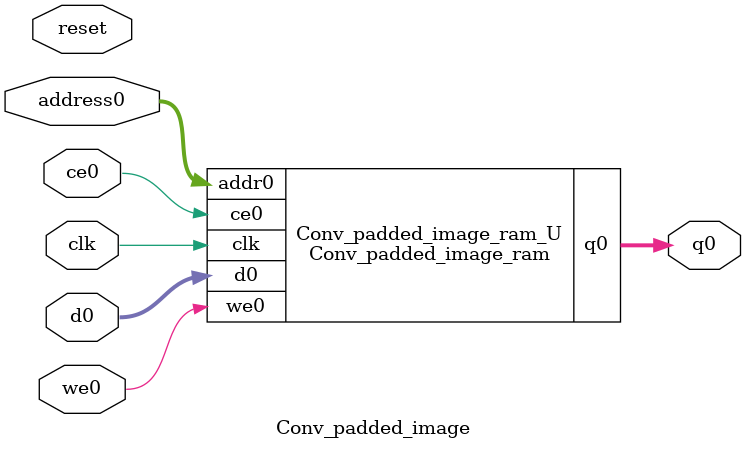
<source format=v>
`timescale 1 ns / 1 ps
module Conv_padded_image_ram (addr0, ce0, d0, we0, q0,  clk);

parameter DWIDTH = 64;
parameter AWIDTH = 5;
parameter MEM_SIZE = 25;

input[AWIDTH-1:0] addr0;
input ce0;
input[DWIDTH-1:0] d0;
input we0;
output reg[DWIDTH-1:0] q0;
input clk;

(* ram_style = "block" *)reg [DWIDTH-1:0] ram[0:MEM_SIZE-1];




always @(posedge clk)  
begin 
    if (ce0) 
    begin
        if (we0) 
        begin 
            ram[addr0] <= d0; 
        end 
        q0 <= ram[addr0];
    end
end


endmodule

`timescale 1 ns / 1 ps
module Conv_padded_image(
    reset,
    clk,
    address0,
    ce0,
    we0,
    d0,
    q0);

parameter DataWidth = 32'd64;
parameter AddressRange = 32'd25;
parameter AddressWidth = 32'd5;
input reset;
input clk;
input[AddressWidth - 1:0] address0;
input ce0;
input we0;
input[DataWidth - 1:0] d0;
output[DataWidth - 1:0] q0;



Conv_padded_image_ram Conv_padded_image_ram_U(
    .clk( clk ),
    .addr0( address0 ),
    .ce0( ce0 ),
    .we0( we0 ),
    .d0( d0 ),
    .q0( q0 ));

endmodule


</source>
